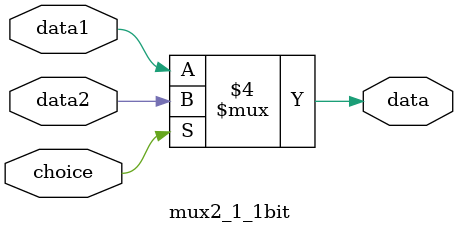
<source format=v>
`timescale 1ns / 1ps
module mux2_1_1bit(
	input data1,
	input data2,
	input choice,
	output reg data
    );
	 always @ (*)
	 begin
			if(choice == 1'b0)data = data1;
			else data = data2;
	 end
endmodule

</source>
